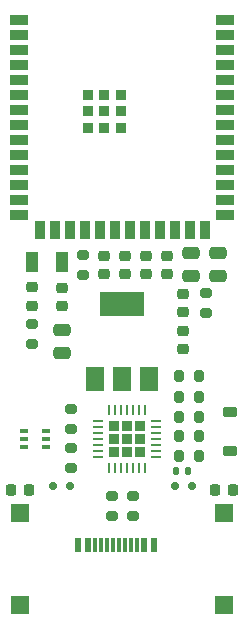
<source format=gbr>
%TF.GenerationSoftware,KiCad,Pcbnew,7.0.7*%
%TF.CreationDate,2024-04-13T12:00:14-04:00*%
%TF.ProjectId,ESP32_S2_Breakout,45535033-325f-4533-925f-427265616b6f,rev?*%
%TF.SameCoordinates,Original*%
%TF.FileFunction,Paste,Top*%
%TF.FilePolarity,Positive*%
%FSLAX46Y46*%
G04 Gerber Fmt 4.6, Leading zero omitted, Abs format (unit mm)*
G04 Created by KiCad (PCBNEW 7.0.7) date 2024-04-13 12:00:14*
%MOMM*%
%LPD*%
G01*
G04 APERTURE LIST*
G04 Aperture macros list*
%AMRoundRect*
0 Rectangle with rounded corners*
0 $1 Rounding radius*
0 $2 $3 $4 $5 $6 $7 $8 $9 X,Y pos of 4 corners*
0 Add a 4 corners polygon primitive as box body*
4,1,4,$2,$3,$4,$5,$6,$7,$8,$9,$2,$3,0*
0 Add four circle primitives for the rounded corners*
1,1,$1+$1,$2,$3*
1,1,$1+$1,$4,$5*
1,1,$1+$1,$6,$7*
1,1,$1+$1,$8,$9*
0 Add four rect primitives between the rounded corners*
20,1,$1+$1,$2,$3,$4,$5,0*
20,1,$1+$1,$4,$5,$6,$7,0*
20,1,$1+$1,$6,$7,$8,$9,0*
20,1,$1+$1,$8,$9,$2,$3,0*%
G04 Aperture macros list end*
%ADD10RoundRect,0.218750X0.256250X-0.218750X0.256250X0.218750X-0.256250X0.218750X-0.256250X-0.218750X0*%
%ADD11RoundRect,0.200000X-0.275000X0.200000X-0.275000X-0.200000X0.275000X-0.200000X0.275000X0.200000X0*%
%ADD12R,1.500000X1.500000*%
%ADD13RoundRect,0.225000X-0.225000X-0.250000X0.225000X-0.250000X0.225000X0.250000X-0.225000X0.250000X0*%
%ADD14RoundRect,0.200000X0.275000X-0.200000X0.275000X0.200000X-0.275000X0.200000X-0.275000X-0.200000X0*%
%ADD15RoundRect,0.225000X-0.250000X0.225000X-0.250000X-0.225000X0.250000X-0.225000X0.250000X0.225000X0*%
%ADD16RoundRect,0.200000X0.200000X0.275000X-0.200000X0.275000X-0.200000X-0.275000X0.200000X-0.275000X0*%
%ADD17RoundRect,0.225000X-0.375000X0.225000X-0.375000X-0.225000X0.375000X-0.225000X0.375000X0.225000X0*%
%ADD18RoundRect,0.225000X0.225000X-0.225000X0.225000X0.225000X-0.225000X0.225000X-0.225000X-0.225000X0*%
%ADD19RoundRect,0.062500X0.062500X-0.337500X0.062500X0.337500X-0.062500X0.337500X-0.062500X-0.337500X0*%
%ADD20RoundRect,0.062500X0.337500X-0.062500X0.337500X0.062500X-0.337500X0.062500X-0.337500X-0.062500X0*%
%ADD21RoundRect,0.200000X-0.200000X-0.275000X0.200000X-0.275000X0.200000X0.275000X-0.200000X0.275000X0*%
%ADD22RoundRect,0.150000X-0.150000X-0.200000X0.150000X-0.200000X0.150000X0.200000X-0.150000X0.200000X0*%
%ADD23R,0.650000X0.400000*%
%ADD24RoundRect,0.147500X0.147500X0.172500X-0.147500X0.172500X-0.147500X-0.172500X0.147500X-0.172500X0*%
%ADD25R,0.600000X1.240000*%
%ADD26R,0.300000X1.240000*%
%ADD27RoundRect,0.225000X0.250000X-0.225000X0.250000X0.225000X-0.250000X0.225000X-0.250000X-0.225000X0*%
%ADD28R,1.500000X2.000000*%
%ADD29R,3.800000X2.000000*%
%ADD30RoundRect,0.150000X0.150000X0.200000X-0.150000X0.200000X-0.150000X-0.200000X0.150000X-0.200000X0*%
%ADD31R,0.900000X0.900000*%
%ADD32R,1.500000X0.900000*%
%ADD33R,0.900000X1.500000*%
%ADD34R,1.000000X1.800000*%
%ADD35RoundRect,0.250000X-0.475000X0.250000X-0.475000X-0.250000X0.475000X-0.250000X0.475000X0.250000X0*%
%ADD36RoundRect,0.250000X0.475000X-0.250000X0.475000X0.250000X-0.475000X0.250000X-0.475000X-0.250000X0*%
G04 APERTURE END LIST*
D10*
%TO.C,D5*%
X144400000Y-107675000D03*
X144400000Y-106100000D03*
%TD*%
D11*
%TO.C,R12*%
X146400000Y-106075000D03*
X146400000Y-107725000D03*
%TD*%
D12*
%TO.C,SW2*%
X147896000Y-124680000D03*
X147896000Y-132480000D03*
%TD*%
D13*
%TO.C,C8*%
X129862000Y-122738000D03*
X131412000Y-122738000D03*
%TD*%
D14*
%TO.C,R11*%
X134942000Y-120832000D03*
X134942000Y-119182000D03*
%TD*%
D15*
%TO.C,C7*%
X139514000Y-102926000D03*
X139514000Y-104476000D03*
%TD*%
D16*
%TO.C,R8*%
X145747000Y-114864000D03*
X144097000Y-114864000D03*
%TD*%
D15*
%TO.C,C6*%
X144400000Y-109276000D03*
X144400000Y-110826000D03*
%TD*%
D17*
%TO.C,D4*%
X148404000Y-116134000D03*
X148404000Y-119434000D03*
%TD*%
D18*
%TO.C,U3*%
X138544000Y-119540000D03*
X139664000Y-119540000D03*
X140784000Y-119540000D03*
X138544000Y-118420000D03*
X139664000Y-118420000D03*
X140784000Y-118420000D03*
X138544000Y-117300000D03*
X139664000Y-117300000D03*
X140784000Y-117300000D03*
D19*
X138164000Y-120870000D03*
X138664000Y-120870000D03*
X139164000Y-120870000D03*
X139664000Y-120870000D03*
X140164000Y-120870000D03*
X140664000Y-120870000D03*
X141164000Y-120870000D03*
D20*
X142114000Y-119920000D03*
X142114000Y-119420000D03*
X142114000Y-118920000D03*
X142114000Y-118420000D03*
X142114000Y-117920000D03*
X142114000Y-117420000D03*
X142114000Y-116920000D03*
D19*
X141164000Y-115970000D03*
X140664000Y-115970000D03*
X140164000Y-115970000D03*
X139664000Y-115970000D03*
X139164000Y-115970000D03*
X138664000Y-115970000D03*
X138164000Y-115970000D03*
D20*
X137214000Y-116920000D03*
X137214000Y-117420000D03*
X137214000Y-117920000D03*
X137214000Y-118420000D03*
X137214000Y-118920000D03*
X137214000Y-119420000D03*
X137214000Y-119920000D03*
%TD*%
D21*
%TO.C,R7*%
X144097000Y-116515000D03*
X145747000Y-116515000D03*
%TD*%
D22*
%TO.C,D1*%
X134815000Y-122357000D03*
X133415000Y-122357000D03*
%TD*%
D14*
%TO.C,R4*%
X140149000Y-124896000D03*
X140149000Y-123246000D03*
%TD*%
D11*
%TO.C,R2*%
X131640000Y-108705000D03*
X131640000Y-110355000D03*
%TD*%
D23*
%TO.C,Q1*%
X132844000Y-119070000D03*
X132844000Y-118420000D03*
X132844000Y-117770000D03*
X130944000Y-117770000D03*
X130944000Y-118420000D03*
X130944000Y-119070000D03*
%TD*%
D14*
%TO.C,R1*%
X135958000Y-104513000D03*
X135958000Y-102863000D03*
%TD*%
D15*
%TO.C,C4*%
X131640000Y-105567000D03*
X131640000Y-107117000D03*
%TD*%
D24*
%TO.C,D3*%
X144825000Y-121087000D03*
X143855000Y-121087000D03*
%TD*%
D25*
%TO.C,J1*%
X135550000Y-127345000D03*
X136350000Y-127345000D03*
D26*
X137500000Y-127345000D03*
X138500000Y-127345000D03*
X139000000Y-127345000D03*
X140000000Y-127345000D03*
D25*
X141150000Y-127345000D03*
X141950000Y-127345000D03*
X141950000Y-127345000D03*
X141150000Y-127345000D03*
D26*
X140500000Y-127345000D03*
X139500000Y-127345000D03*
X138000000Y-127345000D03*
X137000000Y-127345000D03*
D25*
X136350000Y-127345000D03*
X135550000Y-127345000D03*
%TD*%
D27*
%TO.C,C2*%
X137736000Y-104476000D03*
X137736000Y-102926000D03*
%TD*%
D28*
%TO.C,U2*%
X136960000Y-113315000D03*
X139260000Y-113315000D03*
D29*
X139260000Y-107015000D03*
D28*
X141560000Y-113315000D03*
%TD*%
D27*
%TO.C,C3*%
X143080000Y-102926000D03*
X143080000Y-104476000D03*
%TD*%
D16*
%TO.C,R6*%
X145748000Y-119817000D03*
X144098000Y-119817000D03*
%TD*%
D30*
%TO.C,D2*%
X143767000Y-122357000D03*
X145167000Y-122357000D03*
%TD*%
D27*
%TO.C,C9*%
X141292000Y-104476000D03*
X141292000Y-102926000D03*
%TD*%
D21*
%TO.C,R9*%
X144097000Y-113086000D03*
X145747000Y-113086000D03*
%TD*%
D31*
%TO.C,U1*%
X136360000Y-89254000D03*
X136360000Y-90654000D03*
X136360000Y-92054000D03*
X137760000Y-89254000D03*
X137760000Y-90654000D03*
X137760000Y-92054000D03*
X139160000Y-89254000D03*
X139160000Y-90654000D03*
X139160000Y-92054000D03*
D32*
X130510000Y-82934000D03*
X130510000Y-84204000D03*
X130510000Y-85474000D03*
X130510000Y-86744000D03*
X130510000Y-88014000D03*
X130510000Y-89284000D03*
X130510000Y-90554000D03*
X130510000Y-91824000D03*
X130510000Y-93094000D03*
X130510000Y-94364000D03*
X130510000Y-95634000D03*
X130510000Y-96904000D03*
X130510000Y-98174000D03*
X130510000Y-99444000D03*
D33*
X132275000Y-100694000D03*
X133545000Y-100694000D03*
X134815000Y-100694000D03*
X136085000Y-100694000D03*
X137355000Y-100694000D03*
X138625000Y-100694000D03*
X139895000Y-100694000D03*
X141165000Y-100694000D03*
X142435000Y-100694000D03*
X143705000Y-100694000D03*
X144975000Y-100694000D03*
X146245000Y-100694000D03*
D32*
X148010000Y-99444000D03*
X148010000Y-98174000D03*
X148010000Y-96904000D03*
X148010000Y-95634000D03*
X148010000Y-94364000D03*
X148010000Y-93094000D03*
X148010000Y-91824000D03*
X148010000Y-90554000D03*
X148010000Y-89284000D03*
X148010000Y-88014000D03*
X148010000Y-86744000D03*
X148010000Y-85474000D03*
X148010000Y-84204000D03*
X148010000Y-82934000D03*
%TD*%
D14*
%TO.C,R10*%
X134942000Y-117530000D03*
X134942000Y-115880000D03*
%TD*%
D34*
%TO.C,Y1*%
X134140000Y-103434000D03*
X131640000Y-103434000D03*
%TD*%
D11*
%TO.C,R3*%
X138371000Y-123246000D03*
X138371000Y-124896000D03*
%TD*%
D16*
%TO.C,R5*%
X145747000Y-118166000D03*
X144097000Y-118166000D03*
%TD*%
D35*
%TO.C,C1*%
X134180000Y-109215000D03*
X134180000Y-111115000D03*
%TD*%
D13*
%TO.C,C10*%
X147108000Y-122738000D03*
X148658000Y-122738000D03*
%TD*%
D27*
%TO.C,C5*%
X134180000Y-107143000D03*
X134180000Y-105593000D03*
%TD*%
D36*
%TO.C,C11*%
X147388000Y-104572000D03*
X147388000Y-102672000D03*
%TD*%
D12*
%TO.C,SW1*%
X130624000Y-132480000D03*
X130624000Y-124680000D03*
%TD*%
D36*
%TO.C,C12*%
X145102000Y-104572000D03*
X145102000Y-102672000D03*
%TD*%
M02*

</source>
